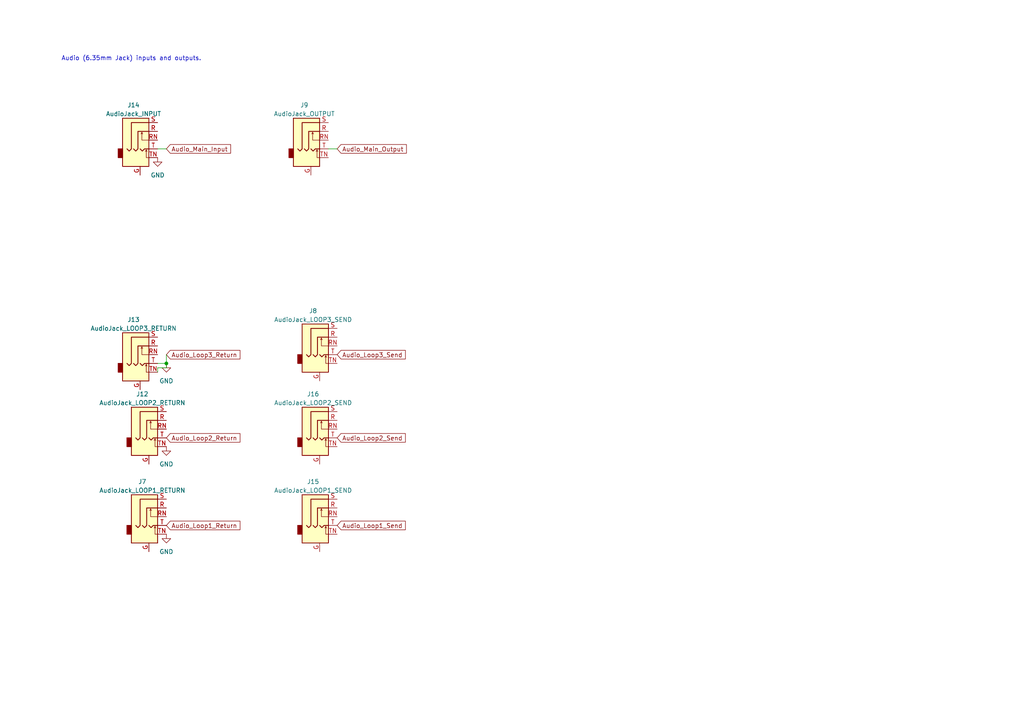
<source format=kicad_sch>
(kicad_sch (version 20231120) (generator "eeschema") (generator_version "8.0")
  (paper "A4")
  (lib_symbols
    (symbol "Connector_Audio:AudioJack3_Ground_SwitchTR"
      (property "Reference" "J" (at 0 8.89 0))
      (property "Value" "AudioJack3_Ground_SwitchTR" (at 0 6.35 0))
      (symbol "AudioJack3_Ground_SwitchTR_0_1"
        (rectangle (start -5.08 -5.08) (end -6.35 -7.62) (stroke (width 0.254)) (fill (type outline)))
        (polyline (pts (xy 0.508 -0.254) (xy 0.762 -0.762)))
        (polyline (pts (xy 1.778 -5.334) (xy 2.032 -5.842)))
        (polyline (pts (xy 0 -5.08) (xy 0.635 -5.715) (xy 1.27 -5.08) (xy 2.54 -5.08)) (stroke (width 0.254)))
        (polyline (pts (xy 2.54 -7.62) (xy 1.778 -7.62) (xy 1.778 -5.334) (xy 1.524 -5.842)))
        (polyline (pts (xy 2.54 -2.54) (xy 0.508 -2.54) (xy 0.508 -0.254) (xy 0.254 -0.762)))
        (polyline (pts (xy -1.905 -5.08) (xy -1.27 -5.715) (xy -0.635 -5.08) (xy -0.635 0) (xy 2.54 0)) (stroke (width 0.254)))
        (polyline (pts (xy 2.54 2.54) (xy -2.54 2.54) (xy -2.54 -5.08) (xy -3.175 -5.715) (xy -3.81 -5.08)) (stroke (width 0.254)))
        (rectangle (start 2.54 3.81) (end -5.08 -10.16) (stroke (width 0.254)) (fill (type background)))
      )
      (symbol "AudioJack3_Ground_SwitchTR_1_1"
        (pin passive line (at 0 -12.7 90) (length 2.54) (name "~") (number "G"))
        (pin passive line (at 5.08 0 180) (length 2.54) (name "~") (number "R"))
        (pin passive line (at 5.08 -2.54 180) (length 2.54) (name "~") (number "RN"))
        (pin passive line (at 5.08 2.54 180) (length 2.54) (name "~") (number "S"))
        (pin passive line (at 5.08 -5.08 180) (length 2.54) (name "~") (number "T"))
        (pin passive line (at 5.08 -7.62 180) (length 2.54) (name "~") (number "TN"))
      )
    )
    (symbol "power:GND" (power) (pin_names (offset 0))
      (property "Value" "GND" (at 0 -3.81 0))
      (symbol "GND_0_1"
        (polyline (pts (xy 0 0) (xy 0 -1.27) (xy 1.27 -1.27) (xy 0 -2.54) (xy -1.27 -1.27) (xy 0 -1.27)))
      )
      (symbol "GND_1_1"
        (pin power_in line (at 0 0 270) (length 0) hide (name "GND") (number "1"))
      )
    )
  )
  (junction (at 48.26 105.41))
  (wire (pts (xy 45.72 105.41) (xy 48.26 105.41)))
  (wire (pts (xy 45.72 107.95) (xy 45.72 106.68)))
  (wire (pts (xy 48.26 43.18) (xy 45.72 43.18)))
  (wire (pts (xy 97.79 43.18) (xy 95.25 43.18)))
  (wire (pts (xy 48.26 106.68) (xy 48.26 105.41)))
  (wire (pts (xy 45.72 106.68) (xy 48.26 106.68)))
  (wire (pts (xy 48.26 105.41) (xy 48.26 102.87)))
  (text "Audio (6.35mm Jack) inputs and outputs.\n" (at 17.78 17.78 0) (effects (font (size 1.27 1.27)) (justify left bottom)))
  (global_label "Audio_Loop1_Send" (shape input) (at 97.79 152.4 0) (property "Intersheetrefs" "${INTERSHEET_REFS}" (effects (hide yes))))
  (global_label "Audio_Loop2_Return" (shape input) (at 48.26 127 0) (property "Intersheetrefs" "${INTERSHEET_REFS}" (effects (hide yes))))
  (global_label "Audio_Loop2_Send" (shape input) (at 97.79 127 0) (property "Intersheetrefs" "${INTERSHEET_REFS}" (effects (hide yes))))
  (global_label "Audio_Loop1_Return" (shape input) (at 48.26 152.4 0) (property "Intersheetrefs" "${INTERSHEET_REFS}" (effects (hide yes))))
  (global_label "Audio_Loop3_Send" (shape input) (at 97.79 102.87 0) (property "Intersheetrefs" "${INTERSHEET_REFS}" (effects (hide yes))))
  (global_label "Audio_Main_Output" (shape input) (at 97.79 43.18 0) (property "Intersheetrefs" "${INTERSHEET_REFS}" (effects (hide yes))))
  (global_label "Audio_Loop3_Return" (shape input) (at 48.26 102.87 0) (property "Intersheetrefs" "${INTERSHEET_REFS}" (effects (hide yes))))
  (global_label "Audio_Main_Input" (shape input) (at 48.26 43.18 0) (property "Intersheetrefs" "${INTERSHEET_REFS}" (effects (hide yes))))
  (symbol (lib_id "Connector_Audio:AudioJack3_Ground_SwitchTR") (at 92.71 147.32 0) (unit 1)
    (property "Reference" "J15" (at 90.805 139.7 0))
    (property "Value" "AudioJack_LOOP1_SEND" (at 90.805 142.24 0))
    (property "Footprint" "stm_audio_board_footprints:6.3_jack_new_ref" (effects (hide yes)))
    (property "LCSC Part" "C309277" (effects (hide yes)))
    (instances (project "stm_audio_board_V3" (path "" (reference "J15") (unit 1)) (path "" (reference "J7") (unit 1))))
  )
  (symbol (lib_id "Connector_Audio:AudioJack3_Ground_SwitchTR") (at 92.71 97.79 0) (unit 1)
    (property "Reference" "J8" (at 90.805 90.17 0))
    (property "Value" "AudioJack_LOOP3_SEND" (at 90.805 92.71 0))
    (property "Footprint" "stm_audio_board_footprints:6.3_jack_new_ref" (effects (hide yes)))
    (property "LCSC Part" "C309277" (effects (hide yes)))
    (instances (project "stm_audio_board_V3" (path "" (reference "J8") (unit 1)) (path "" (reference "J11") (unit 1))))
  )
  (symbol (lib_id "Connector_Audio:AudioJack3_Ground_SwitchTR") (at 40.64 38.1 0) (unit 1)
    (property "Reference" "J14" (at 38.735 30.48 0))
    (property "Value" "AudioJack_INPUT" (at 38.735 33.02 0))
    (property "Footprint" "stm_audio_board_footprints:6.3_jack_new_ref" (effects (hide yes)))
    (property "LCSC Part" "C309277" (effects (hide yes)))
  )
  (symbol (lib_id "power:GND") (at 45.72 45.72 0) (unit 1)
    (property "Reference" "#PWR02" (effects (hide yes)))
    (property "Value" "GND" (at 45.72 50.8 0))
    (instances (project "stm_audio_board_V3" (path "" (reference "#PWR02") (unit 1)) (path "" (reference "#PWR01") (unit 1)) (path "" (reference "#PWR0249") (unit 1)) (path "" (reference "#PWR013") (unit 1))))
  )
  (symbol (lib_id "power:GND") (at 48.26 154.94 0) (unit 1)
    (property "Reference" "#PWR02" (effects (hide yes)))
    (property "Value" "GND" (at 48.26 160.02 0))
    (instances (project "stm_audio_board_V3" (path "" (reference "#PWR02") (unit 1)) (path "" (reference "#PWR01") (unit 1)) (path "" (reference "#PWR0254") (unit 1)) (path "" (reference "#PWR013") (unit 1))))
  )
  (symbol (lib_id "Connector_Audio:AudioJack3_Ground_SwitchTR") (at 43.18 121.92 0) (unit 1)
    (property "Reference" "J12" (at 41.275 114.3 0))
    (property "Value" "AudioJack_LOOP2_RETURN" (at 41.275 116.84 0))
    (property "Footprint" "stm_audio_board_footprints:6.3_jack_new_ref" (effects (hide yes)))
    (property "LCSC Part" "C309277" (effects (hide yes)))
    (instances (project "stm_audio_board_V3" (path "" (reference "J12") (unit 1)) (path "" (reference "J15") (unit 1))))
  )
  (symbol (lib_id "power:GND") (at 48.26 105.41 0) (unit 1)
    (property "Reference" "#PWR02" (effects (hide yes)))
    (property "Value" "GND" (at 48.26 110.49 0))
    (instances (project "stm_audio_board_V3" (path "" (reference "#PWR02") (unit 1)) (path "" (reference "#PWR01") (unit 1)) (path "" (reference "#PWR0252") (unit 1)) (path "" (reference "#PWR013") (unit 1))))
  )
  (symbol (lib_id "Connector_Audio:AudioJack3_Ground_SwitchTR") (at 90.17 38.1 0) (unit 1)
    (property "Reference" "J9" (at 88.265 30.48 0))
    (property "Value" "AudioJack_OUTPUT" (at 88.265 33.02 0))
    (property "Footprint" "stm_audio_board_footprints:6.3_jack_new_ref" (effects (hide yes)))
    (property "LCSC Part" "C309277" (effects (hide yes)))
    (instances (project "stm_audio_board_V3" (path "" (reference "J9") (unit 1)) (path "" (reference "J13") (unit 1))))
  )
  (symbol (lib_id "power:GND") (at 48.26 129.54 0) (unit 1)
    (property "Reference" "#PWR02" (effects (hide yes)))
    (property "Value" "GND" (at 48.26 134.62 0))
    (instances (project "stm_audio_board_V3" (path "" (reference "#PWR02") (unit 1)) (path "" (reference "#PWR01") (unit 1)) (path "" (reference "#PWR0253") (unit 1)) (path "" (reference "#PWR013") (unit 1))))
  )
  (symbol (lib_id "Connector_Audio:AudioJack3_Ground_SwitchTR") (at 92.71 121.92 0) (unit 1)
    (property "Reference" "J16" (at 90.805 114.3 0))
    (property "Value" "AudioJack_LOOP2_SEND" (at 90.805 116.84 0))
    (property "Footprint" "stm_audio_board_footprints:6.3_jack_new_ref" (effects (hide yes)))
    (property "LCSC Part" "C309277" (effects (hide yes)))
    (instances (project "stm_audio_board_V3" (path "" (reference "J16") (unit 1)) (path "" (reference "J9") (unit 1))))
  )
  (symbol (lib_id "Connector_Audio:AudioJack3_Ground_SwitchTR") (at 40.64 100.33 0) (unit 1)
    (property "Reference" "J13" (at 38.735 92.71 0))
    (property "Value" "AudioJack_LOOP3_RETURN" (at 38.735 95.25 0))
    (property "Footprint" "stm_audio_board_footprints:6.3_jack_new_ref" (effects (hide yes)))
    (property "LCSC Part" "C309277" (effects (hide yes)))
    (instances (project "stm_audio_board_V3" (path "" (reference "J13") (unit 1)) (path "" (reference "J12") (unit 1))))
  )
  (symbol (lib_id "Connector_Audio:AudioJack3_Ground_SwitchTR") (at 43.18 147.32 0) (unit 1)
    (property "Reference" "J7" (at 41.275 139.7 0))
    (property "Value" "AudioJack_LOOP1_RETURN" (at 41.275 142.24 0))
    (property "Footprint" "stm_audio_board_footprints:6.3_jack_new_ref" (effects (hide yes)))
    (property "LCSC Part" "C309277" (effects (hide yes)))
    (instances (project "stm_audio_board_V3" (path "" (reference "J7") (unit 1)) (path "" (reference "J8") (unit 1))))
  )
)
</source>
